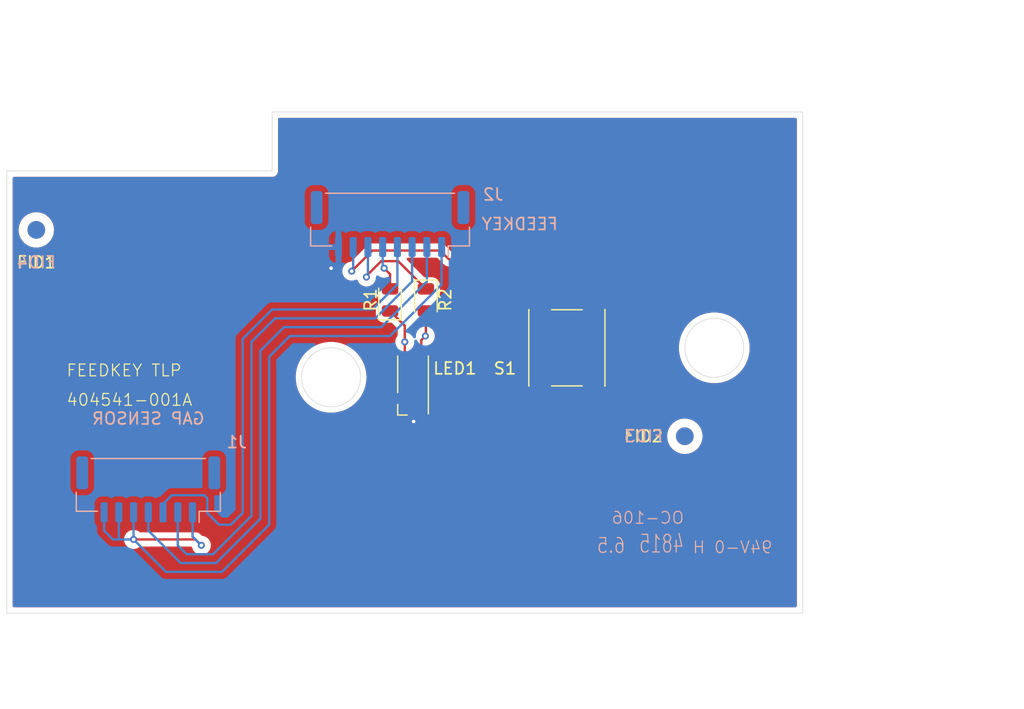
<source format=kicad_pcb>
(kicad_pcb (version 20240108) (generator "pcbnew") (generator_version "8.0")
  (layers (0 "F.Cu" signal) (31 "B.Cu" signal) (34 "B.Paste" user) (35 "F.Paste" user) (36 "B.SilkS" user "B.Silkscreen") (37 "F.SilkS" user "F.Silkscreen") (38 "B.Mask" user) (39 "F.Mask" user) (44 "Edge.Cuts" user))
  (net 0 "")
  (net 1 "Net-(LED1-A1)")
  (net 2 "Net-(J1-Pin_1)")
  (net 3 "Net-(J2-Pin_7)")
  (net 4 "GND")
  (net 5 "Net-(J1-Pin_2)")
  (net 6 "Net-(J1-Pin_3)")
  (net 7 "Net-(J1-Pin_4)")
  (net 8 "Net-(J2-Pin_5)")
  (net 9 "Net-(J2-Pin_6)")
  (net 10 "Net-(LED1-A2)")
  (footprint "LED_SMD:LED_0805_2012Metric" (layer "F.Cu") (at 127.5 88.4375 90)
    (property "Reference" "R1" (at 0 -1.65 90) (layer "F.SilkS"))
    (property "Value" "331")
    (fp_line (start 1 -0.96) (end -1.685 -0.96) (stroke (width 0.12)) (layer "F.SilkS"))
    (fp_line (start -1.685 -0.96) (end -1.685 0.96) (stroke (width 0.12)) (layer "F.SilkS"))
    (fp_line (start -1.685 0.96) (end 1 0.96) (stroke (width 0.12)) (layer "F.SilkS"))
    (pad "1" smd roundrect (at -0.9375 0 90) (size 0.975 1.4) (layers "F.Cu" "F.Paste" "F.Mask") (net 1 "Net-(LED1-A1)"))
    (pad "2" smd roundrect (at 0.9375 0 90) (size 0.975 1.4) (layers "F.Cu" "F.Paste" "F.Mask") (net 8 "Net-(J2-Pin_5)"))
  )
  (footprint "LED_SMD:LED_Kingbright_KPBD-3224" (layer "F.Cu") (at 129.45 95.6 90)
    (property "Reference" "LED1" (at 1.35 3.55 180) (layer "F.SilkS"))
    (property "Value" "LED_Dual_AAKK")
    (fp_line (start 2.4 -1.3) (end -0.7 -1.3) (stroke (width 0.12)) (layer "F.SilkS"))
    (fp_line (start -2.6 -1.3) (end -1.7 -1.3) (stroke (width 0.12)) (layer "F.SilkS"))
    (fp_line (start -2.6 -1.3) (end -2.6 -0.5) (stroke (width 0.12)) (layer "F.SilkS"))
    (fp_line (start -2.5 1.3) (end 2.4 1.3) (stroke (width 0.12)) (layer "F.SilkS"))
    (pad "1" smd rect (at 1.6 -0.7 270) (size 1.6 0.8) (layers "F.Cu" "F.Paste" "F.Mask") (net 1 "Net-(LED1-A1)"))
    (pad "2" smd oval (at -1.6 -0.7 270) (size 1.6 0.8) (layers "F.Cu" "F.Paste" "F.Mask") (net 4 "GND"))
    (pad "3" smd oval (at 1.6 0.7 270) (size 1.6 0.8) (layers "F.Cu" "F.Paste" "F.Mask") (net 10 "Net-(LED1-A2)"))
    (pad "4" smd oval (at -1.6 0.7 270) (size 1.6 0.8) (layers "F.Cu" "F.Paste" "F.Mask") (net 4 "GND"))
  )
  (footprint "Fiducial:Fiducial_1.5mm_Mask3mm" (layer "F.Cu") (at 152.5 100)
    (property "Reference" "FID2" (at -3.5 0 0) (layer "F.SilkS"))
    (property "Value" "Fiducial")
    (pad "" smd circle (at 0 0) (size 1.5 1.5) (layers "F.Cu" "F.Mask") (clearance 0.75))
  )
  (footprint "LED_SMD:LED_0805_2012Metric" (layer "F.Cu") (at 130.54 88.4375 -90)
    (property "Reference" "R2" (at 0 -1.65 90) (layer "F.SilkS"))
    (property "Value" "331")
    (fp_line (start -1.685 0.96) (end 1 0.96) (stroke (width 0.12)) (layer "F.SilkS"))
    (fp_line (start -1.685 -0.96) (end -1.685 0.96) (stroke (width 0.12)) (layer "F.SilkS"))
    (fp_line (start 1 -0.96) (end -1.685 -0.96) (stroke (width 0.12)) (layer "F.SilkS"))
    (pad "1" smd roundrect (at -0.9375 0 270) (size 0.975 1.4) (layers "F.Cu" "F.Paste" "F.Mask") (net 9 "Net-(J2-Pin_6)"))
    (pad "2" smd roundrect (at 0.9375 0 270) (size 0.975 1.4) (layers "F.Cu" "F.Paste" "F.Mask") (net 10 "Net-(LED1-A2)"))
  )
  (footprint "Button_Switch_SMD:SW_Push_1P1T_NO_6x6mm_H9.5mm" (layer "F.Cu") (at 142.5 92.5 -90)
    (property "Reference" "S1" (at 1.75 5.25 180) (layer "F.SilkS"))
    (property "Value" "SW_Push")
    (fp_line (start -3.23 3.23) (end 3.23 3.23) (stroke (width 0.12)) (layer "F.SilkS"))
    (fp_line (start -3.23 3.23) (end -3.23 3.2) (stroke (width 0.12)) (layer "F.SilkS"))
    (fp_line (start 3.23 3.23) (end 3.23 3.2) (stroke (width 0.12)) (layer "F.SilkS"))
    (fp_line (start -3.23 -1.3) (end -3.23 1.3) (stroke (width 0.12)) (layer "F.SilkS"))
    (fp_line (start 3.23 -1.3) (end 3.23 1.3) (stroke (width 0.12)) (layer "F.SilkS"))
    (fp_line (start -3.23 -3.2) (end -3.23 -3.23) (stroke (width 0.12)) (layer "F.SilkS"))
    (fp_line (start -3.23 -3.23) (end 3.23 -3.23) (stroke (width 0.12)) (layer "F.SilkS"))
    (fp_line (start 3.23 -3.23) (end 3.23 -3.2) (stroke (width 0.12)) (layer "F.SilkS"))
    (pad "1" smd rect (at -3.975 -2.25 270) (size 1.55 1.3) (layers "F.Cu" "F.Paste" "F.Mask") (net 3 "Net-(J2-Pin_7)"))
    (pad "1" smd rect (at 3.975 -2.25 270) (size 1.55 1.3) (layers "F.Cu" "F.Paste" "F.Mask") (net 3 "Net-(J2-Pin_7)"))
    (pad "2" smd rect (at -3.975 2.25 270) (size 1.55 1.3) (layers "F.Cu" "F.Paste" "F.Mask") (net 4 "GND"))
    (pad "2" smd rect (at 3.975 2.25 270) (size 1.55 1.3) (layers "F.Cu" "F.Paste" "F.Mask") (net 4 "GND"))
  )
  (footprint "Fiducial:Fiducial_1.5mm_Mask3mm" (layer "F.Cu") (at 97.5 82.5)
    (property "Reference" "FID1" (at 0 2.75 0) (layer "F.SilkS"))
    (property "Value" "Fiducial")
    (pad "" smd circle (at 0 0) (size 1.5 1.5) (layers "F.Cu" "F.Mask") (clearance 0.75))
  )
  (footprint "Fiducial:Fiducial_1.5mm_Mask3mm" (layer "B.Cu") (at 152.5 100 180)
    (property "Reference" "FID3" (at 3.5 0 0) (layer "B.SilkS") (effects (justify mirror)))
    (property "Value" "Fiducial")
    (pad "" smd circle (at 0 0 180) (size 1.5 1.5) (layers "B.Cu" "B.Mask") (clearance 0.75))
  )
  (footprint "Connector_JST:JST_GH_BM07B-GHS-TBT_1x07-1MP_P1.25mm_Vertical" (layer "B.Cu") (at 107 104.5 180)
    (property "Reference" "J1" (at -7.5 4 360) (layer "B.SilkS") (effects (justify mirror)))
    (property "Value" "GAP SENSOR" (at 0 6 0) (layer "B.SilkS") (effects (justify mirror)))
    (fp_line (start 6.11 -1.86) (end 6.11 -0.26) (stroke (width 0.12)) (layer "B.SilkS"))
    (fp_line (start 4.84 2.61) (end -4.84 2.61) (stroke (width 0.12)) (layer "B.SilkS"))
    (fp_line (start 4.31 -1.86) (end 6.11 -1.86) (stroke (width 0.12)) (layer "B.SilkS"))
    (fp_line (start -4.31 -1.86) (end -6.11 -1.86) (stroke (width 0.12)) (layer "B.SilkS"))
    (fp_line (start -4.31 -2.8) (end -4.31 -1.86) (stroke (width 0.12)) (layer "B.SilkS"))
    (fp_line (start -6.11 -1.86) (end -6.11 -0.26) (stroke (width 0.12)) (layer "B.SilkS"))
    (pad "1" smd roundrect (at -3.75 -1.95 180) (size 0.6 1.7) (layers "B.Cu" "B.Paste" "B.Mask") (net 2 "Net-(J1-Pin_1)"))
    (pad "2" smd roundrect (at -2.5 -1.95 180) (size 0.6 1.7) (layers "B.Cu" "B.Paste" "B.Mask") (net 5 "Net-(J1-Pin_2)"))
    (pad "3" smd roundrect (at -1.25 -1.95 180) (size 0.6 1.7) (layers "B.Cu" "B.Paste" "B.Mask") (net 6 "Net-(J1-Pin_3)"))
    (pad "4" smd roundrect (at 0 -1.95 180) (size 0.6 1.7) (layers "B.Cu" "B.Paste" "B.Mask") (net 7 "Net-(J1-Pin_4)"))
    (pad "5" smd roundrect (at 1.25 -1.95 180) (size 0.6 1.7) (layers "B.Cu" "B.Paste" "B.Mask") (net 2 "Net-(J1-Pin_1)"))
    (pad "6" smd roundrect (at 2.5 -1.95 180) (size 0.6 1.7) (layers "B.Cu" "B.Paste" "B.Mask") (net 2 "Net-(J1-Pin_1)"))
    (pad "7" smd roundrect (at 3.75 -1.95 180) (size 0.6 1.7) (layers "B.Cu" "B.Paste" "B.Mask") (net 2 "Net-(J1-Pin_1)"))
    (pad "MP" smd roundrect (at -5.6 1.4 180) (size 1 2.8) (layers "B.Cu" "B.Paste" "B.Mask"))
    (pad "MP" smd roundrect (at 5.6 1.4 180) (size 1 2.8) (layers "B.Cu" "B.Paste" "B.Mask"))
  )
  (footprint "Connector_JST:JST_GH_BM08B-GHS-TBT_1x08-1MP_P1.25mm_Vertical" (layer "B.Cu") (at 127.5 82 180)
    (property "Reference" "J2" (at -8.75 2.5 360) (layer "B.SilkS") (effects (justify mirror)))
    (property "Value" "FEEDKEY" (at -11 0 0) (layer "B.SilkS") (effects (justify mirror)))
    (fp_line (start 6.735 -1.86) (end 6.735 -0.26) (stroke (width 0.12)) (layer "B.SilkS"))
    (fp_line (start 5.465 2.61) (end -5.465 2.61) (stroke (width 0.12)) (layer "B.SilkS"))
    (fp_line (start 4.935 -1.86) (end 6.735 -1.86) (stroke (width 0.12)) (layer "B.SilkS"))
    (fp_line (start -4.935 -1.86) (end -6.735 -1.86) (stroke (width 0.12)) (layer "B.SilkS"))
    (fp_line (start -4.935 -2.8) (end -4.935 -1.86) (stroke (width 0.12)) (layer "B.SilkS"))
    (fp_line (start -6.735 -1.86) (end -6.735 -0.26) (stroke (width 0.12)) (layer "B.SilkS"))
    (pad "1" smd roundrect (at -4.375 -1.95 180) (size 0.6 1.7) (layers "B.Cu" "B.Paste" "B.Mask") (net 2 "Net-(J1-Pin_1)"))
    (pad "2" smd roundrect (at -3.125 -1.95 180) (size 0.6 1.7) (layers "B.Cu" "B.Paste" "B.Mask") (net 7 "Net-(J1-Pin_4)"))
    (pad "3" smd roundrect (at -1.875 -1.95 180) (size 0.6 1.7) (layers "B.Cu" "B.Paste" "B.Mask") (net 5 "Net-(J1-Pin_2)"))
    (pad "4" smd roundrect (at -0.625 -1.95 180) (size 0.6 1.7) (layers "B.Cu" "B.Paste" "B.Mask") (net 6 "Net-(J1-Pin_3)"))
    (pad "5" smd roundrect (at 0.625 -1.95 180) (size 0.6 1.7) (layers "B.Cu" "B.Paste" "B.Mask") (net 8 "Net-(J2-Pin_5)"))
    (pad "6" smd roundrect (at 1.875 -1.95 180) (size 0.6 1.7) (layers "B.Cu" "B.Paste" "B.Mask") (net 9 "Net-(J2-Pin_6)"))
    (pad "7" smd roundrect (at 3.125 -1.95 180) (size 0.6 1.7) (layers "B.Cu" "B.Paste" "B.Mask") (net 3 "Net-(J2-Pin_7)"))
    (pad "8" smd roundrect (at 4.375 -1.95 180) (size 0.6 1.7) (layers "B.Cu" "B.Paste" "B.Mask") (net 4 "GND"))
    (pad "MP" smd roundrect (at -6.225 1.4 180) (size 1 2.8) (layers "B.Cu" "B.Paste" "B.Mask"))
    (pad "MP" smd roundrect (at 6.225 1.4 180) (size 1 2.8) (layers "B.Cu" "B.Paste" "B.Mask"))
  )
  (footprint "Fiducial:Fiducial_1.5mm_Mask3mm" (layer "B.Cu") (at 97.5 82.5 180)
    (property "Reference" "FID4" (at 0 -2.75 0) (layer "B.SilkS") (effects (justify mirror)))
    (property "Value" "Fiducial")
    (pad "" smd circle (at 0 0 180) (size 1.5 1.5) (layers "B.Cu" "B.Mask") (clearance 0.75))
  )
  (gr_circle (center 122.5 95) (end 122.5 92.5) (stroke (width 0.05)) (fill none) (layer "Edge.Cuts"))
  (gr_circle (center 155 92.5) (end 155 90) (stroke (width 0.05)) (fill none) (layer "Edge.Cuts"))
  (gr_poly (pts (xy 95 77.5) (xy 95 115) (xy 162.5 115) (xy 162.5 72.5) (xy 117.5 72.5) (xy 117.5 77.5)) (stroke (width 0.05)) (fill none) (layer "Edge.Cuts"))
  (gr_text "4815" (at 152.5 110 0) (layer "B.SilkS") (effects (font (size 1.5 1) (thickness 0.1)) (justify left bottom mirror)))
  (gr_text "94V-0 H" (at 160 110 0) (layer "B.SilkS") (effects (font (size 1 1) (thickness 0.1)) (justify left bottom mirror)))
  (gr_text "6.5" (at 147.5 110 0) (layer "B.SilkS") (effects (font (size 1.25 1) (thickness 0.1)) (justify left bottom mirror)))
  (gr_text "OC-106" (at 152.5 107.5 0) (layer "B.SilkS") (effects (font (size 1 1) (thickness 0.1)) (justify left bottom mirror)))
  (gr_text "404541-001A" (at 100 97.5 0) (layer "F.SilkS") (effects (font (size 1 1) (thickness 0.1)) (justify left bottom)))
  (gr_text "FEEDKEY TLP" (at 100 95 0) (layer "F.SilkS") (effects (font (size 1 1) (thickness 0.1)) (justify left bottom)))
  (segment (start 128.75 90.625) (end 127.5 89.375) (width 0.2) (layer "F.Cu") (net 1))
  (segment (start 128.75 92) (end 128.75 90.625) (width 0.2) (layer "F.Cu") (net 1))
  (segment (start 128.75 94) (end 128.75 92) (width 0.2) (layer "F.Cu") (net 1))
  (via (at 128.75 92) (size 0.6) (drill 0.3) (layers "F.Cu" "B.Cu") (net 1))
  (segment (start 111 108.75) (end 105.75 108.75) (width 0.2) (layer "F.Cu") (net 2))
  (segment (start 111.5 109.25) (end 111 108.75) (width 0.2) (layer "F.Cu") (net 2))
  (via (at 105.75 108.75) (size 0.6) (drill 0.3) (layers "F.Cu" "B.Cu") (net 2))
  (via (at 111.5 109.25) (size 0.6) (drill 0.3) (layers "F.Cu" "B.Cu") (net 2))
  (segment (start 103.25 108) (end 103.25 106.45) (width 0.2) (layer "B.Cu") (net 2))
  (segment (start 104.5 106.45) (end 104.5 108.75) (width 0.2) (layer "B.Cu") (net 2))
  (segment (start 119 91.5) (end 127.5 91.5) (width 0.2) (layer "B.Cu") (net 2))
  (segment (start 104 108.75) (end 103.25 108) (width 0.2) (layer "B.Cu") (net 2))
  (segment (start 111.5 109.25) (end 110.75 108.5) (width 0.2) (layer "B.Cu") (net 2))
  (segment (start 131.875 87.125) (end 131.875 83.95) (width 0.2) (layer "B.Cu") (net 2))
  (segment (start 117.25 93.25) (end 119 91.5) (width 0.2) (layer "B.Cu") (net 2))
  (segment (start 127.5 91.5) (end 131.875 87.125) (width 0.2) (layer "B.Cu") (net 2))
  (segment (start 108.5 111.5) (end 113.25 111.5) (width 0.2) (layer "B.Cu") (net 2))
  (segment (start 105.75 108.75) (end 108.5 111.5) (width 0.2) (layer "B.Cu") (net 2))
  (segment (start 113.25 111.5) (end 117.25 107.5) (width 0.2) (layer "B.Cu") (net 2))
  (segment (start 117.25 107.5) (end 117.25 93.25) (width 0.2) (layer "B.Cu") (net 2))
  (segment (start 105.75 106.45) (end 105.75 108.75) (width 0.2) (layer "B.Cu") (net 2))
  (segment (start 105.75 108.75) (end 104.5 108.75) (width 0.2) (layer "B.Cu") (net 2))
  (segment (start 104.5 108.75) (end 104 108.75) (width 0.2) (layer "B.Cu") (net 2))
  (segment (start 110.75 108.5) (end 110.75 106.45) (width 0.2) (layer "B.Cu") (net 2))
  (segment (start 132.5 85) (end 142.5 85) (width 0.2) (layer "F.Cu") (net 3))
  (segment (start 144.75 87.25) (end 144.75 88.525) (width 0.2) (layer "F.Cu") (net 3))
  (segment (start 131.75 84.25) (end 132.5 85) (width 0.2) (layer "F.Cu") (net 3))
  (segment (start 124.25 86) (end 126 84.25) (width 0.2) (layer "F.Cu") (net 3))
  (segment (start 126 84.25) (end 131.75 84.25) (width 0.2) (layer "F.Cu") (net 3))
  (segment (start 144.75 88.525) (end 144.75 96.475) (width 0.2) (layer "F.Cu") (net 3))
  (segment (start 142.5 85) (end 144.75 87.25) (width 0.2) (layer "F.Cu") (net 3))
  (via (at 124.25 86) (size 0.6) (drill 0.3) (layers "F.Cu" "B.Cu") (net 3))
  (segment (start 124.25 86) (end 124.375 85.875) (width 0.2) (layer "B.Cu") (net 3))
  (segment (start 124.375 85.875) (end 124.375 83.95) (width 0.2) (layer "B.Cu") (net 3))
  (segment (start 127.5 91.5) (end 127.5 95.95) (width 0.2) (layer "F.Cu") (net 4))
  (segment (start 129.5 98.75) (end 130.15 98.1) (width 0.2) (layer "F.Cu") (net 4))
  (segment (start 138.5 100.25) (end 140.25 98.5) (width 0.2) (layer "F.Cu") (net 4))
  (segment (start 122.5 85.75) (end 122.5 87.75) (width 0.2) (layer "F.Cu") (net 4))
  (segment (start 126.25 90.25) (end 127.5 91.5) (width 0.2) (layer "F.Cu") (net 4))
  (segment (start 140.25 98.5) (end 140.25 96.475) (width 0.2) (layer "F.Cu") (net 4))
  (segment (start 129.5 98.75) (end 128.75 98) (width 0.2) (layer "F.Cu") (net 4))
  (segment (start 130.25 100.25) (end 138.5 100.25) (width 0.2) (layer "F.Cu") (net 4))
  (segment (start 127.5 95.95) (end 128.75 97.2) (width 0.2) (layer "F.Cu") (net 4))
  (segment (start 140.25 88.525) (end 140.25 96.475) (width 0.2) (layer "F.Cu") (net 4))
  (segment (start 125 90.25) (end 126.25 90.25) (width 0.2) (layer "F.Cu") (net 4))
  (segment (start 128.75 98) (end 128.75 97.2) (width 0.2) (layer "F.Cu") (net 4))
  (segment (start 122.5 87.75) (end 125 90.25) (width 0.2) (layer "F.Cu") (net 4))
  (segment (start 129.5 99.5) (end 130.25 100.25) (width 0.2) (layer "F.Cu") (net 4))
  (segment (start 130.15 98.1) (end 130.15 97.2) (width 0.2) (layer "F.Cu") (net 4))
  (segment (start 129.5 98.75) (end 129.5 99.5) (width 0.2) (layer "F.Cu") (net 4))
  (via (at 122.5 85.75) (size 0.6) (drill 0.3) (layers "F.Cu" "B.Cu") (net 4))
  (via (at 129.5 98.75) (size 0.6) (drill 0.3) (layers "F.Cu" "B.Cu") (net 4))
  (segment (start 123.125 83.95) (end 123.125 85.125) (width 0.2) (layer "B.Cu") (net 4))
  (segment (start 123.125 85.125) (end 122.5 85.75) (width 0.2) (layer "B.Cu") (net 4))
  (segment (start 110.25 110) (end 112.5 110) (width 0.2) (layer "B.Cu") (net 5))
  (segment (start 109.5 109.25) (end 110.25 110) (width 0.2) (layer "B.Cu") (net 5))
  (segment (start 126.25 90) (end 129.375 86.875) (width 0.2) (layer "B.Cu") (net 5))
  (segment (start 129.375 86.875) (end 129.375 83.95) (width 0.2) (layer "B.Cu") (net 5))
  (segment (start 117.75 90) (end 126.25 90) (width 0.2) (layer "B.Cu") (net 5))
  (segment (start 115.75 92) (end 117.75 90) (width 0.2) (layer "B.Cu") (net 5))
  (segment (start 112.5 110) (end 115.75 106.75) (width 0.2) (layer "B.Cu") (net 5))
  (segment (start 115.75 106.75) (end 115.75 92) (width 0.2) (layer "B.Cu") (net 5))
  (segment (start 109.5 106.45) (end 109.5 109.25) (width 0.2) (layer "B.Cu") (net 5))
  (segment (start 111.75 105) (end 112 105.25) (width 0.2) (layer "B.Cu") (net 6))
  (segment (start 112 106.5) (end 113 107.5) (width 0.2) (layer "B.Cu") (net 6))
  (segment (start 108.25 105.75) (end 109 105) (width 0.2) (layer "B.Cu") (net 6))
  (segment (start 108.25 106.45) (end 108.25 105.75) (width 0.2) (layer "B.Cu") (net 6))
  (segment (start 128.125 87.125) (end 128.125 83.95) (width 0.2) (layer "B.Cu") (net 6))
  (segment (start 126 89.25) (end 128.125 87.125) (width 0.2) (layer "B.Cu") (net 6))
  (segment (start 113 107.5) (end 114 107.5) (width 0.2) (layer "B.Cu") (net 6))
  (segment (start 112 105.25) (end 112 106.5) (width 0.2) (layer "B.Cu") (net 6))
  (segment (start 117.5 89.25) (end 126 89.25) (width 0.2) (layer "B.Cu") (net 6))
  (segment (start 115 106.5) (end 115 91.75) (width 0.2) (layer "B.Cu") (net 6))
  (segment (start 115 91.75) (end 117.5 89.25) (width 0.2) (layer "B.Cu") (net 6))
  (segment (start 114 107.5) (end 115 106.5) (width 0.2) (layer "B.Cu") (net 6))
  (segment (start 109 105) (end 111.75 105) (width 0.2) (layer "B.Cu") (net 6))
  (segment (start 107 108) (end 109.75 110.75) (width 0.2) (layer "B.Cu") (net 7))
  (segment (start 109.75 110.75) (end 112.75 110.75) (width 0.2) (layer "B.Cu") (net 7))
  (segment (start 126.75 90.75) (end 130.625 86.875) (width 0.2) (layer "B.Cu") (net 7))
  (segment (start 118.5 90.75) (end 126.75 90.75) (width 0.2) (layer "B.Cu") (net 7))
  (segment (start 116.5 107) (end 116.5 92.75) (width 0.2) (layer "B.Cu") (net 7))
  (segment (start 107 106.45) (end 107 108) (width 0.2) (layer "B.Cu") (net 7))
  (segment (start 112.75 110.75) (end 116.5 107) (width 0.2) (layer "B.Cu") (net 7))
  (segment (start 116.5 92.75) (end 118.5 90.75) (width 0.2) (layer "B.Cu") (net 7))
  (segment (start 130.625 86.875) (end 130.625 83.95) (width 0.2) (layer "B.Cu") (net 7))
  (segment (start 127.5 86.25) (end 127 85.75) (width 0.2) (layer "F.Cu") (net 8))
  (segment (start 127.5 87.5) (end 127.5 86.25) (width 0.2) (layer "F.Cu") (net 8))
  (via (at 127 85.75) (size 0.6) (drill 0.3) (layers "F.Cu" "B.Cu") (net 8))
  (segment (start 126.875 83.95) (end 126.875 85.625) (width 0.2) (layer "B.Cu") (net 8))
  (segment (start 126.875 85.625) (end 127 85.75) (width 0.2) (layer "B.Cu") (net 8))
  (segment (start 128.19 85.15) (end 130.54 87.5) (width 0.2) (layer "F.Cu") (net 9))
  (segment (start 125.5 86.5) (end 125.5 86.401471) (width 0.2) (layer "F.Cu") (net 9))
  (segment (start 125.5 86.401471) (end 126.751471 85.15) (width 0.2) (layer "F.Cu") (net 9))
  (segment (start 126.751471 85.15) (end 128.19 85.15) (width 0.2) (layer "F.Cu") (net 9))
  (via (at 125.5 86.5) (size 0.6) (drill 0.3) (layers "F.Cu" "B.Cu") (net 9))
  (segment (start 125.5 86.5) (end 125.625 86.375) (width 0.2) (layer "B.Cu") (net 9))
  (segment (start 125.625 86.375) (end 125.625 83.95) (width 0.2) (layer "B.Cu") (net 9))
  (segment (start 130.54 91.46) (end 130.5 91.5) (width 0.2) (layer "F.Cu") (net 10))
  (segment (start 130.15 91.85) (end 130.5 91.5) (width 0.2) (layer "F.Cu") (net 10))
  (segment (start 130.15 94) (end 130.15 91.85) (width 0.2) (layer "F.Cu") (net 10))
  (segment (start 130.54 89.375) (end 130.54 91.46) (width 0.2) (layer "F.Cu") (net 10))
  (via (at 130.5 91.5) (size 0.6) (drill 0.3) (layers "F.Cu" "B.Cu") (net 10))
  (zone (net 4) (net_name "GND") (layers "F&B.Cu") (connect_pads (clearance 0.5)) (min_thickness 0.25) (fill yes (thermal_gap 0.5) (thermal_bridge_width 0.5))
    (polygon (pts (xy 95.25 114.75) (xy 162.25 114.75) (xy 162.25 72.75) (xy 117.75 72.75) (xy 117.75 77.75) (xy 95.25 77.75)))
  )
)
</source>
